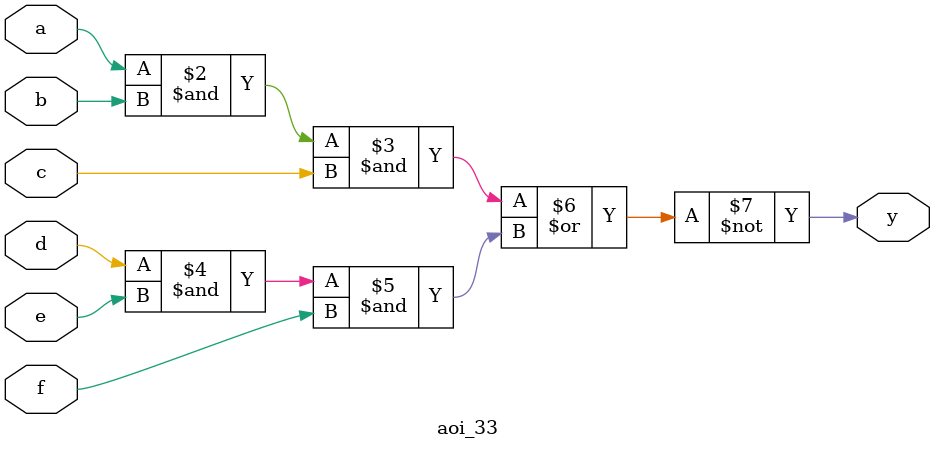
<source format=v>
module aoi_33 (
    input a,b,c,d,e,f,
    output y
);
    always @(*) begin
        y = ~((a & b & c) | (d & e & f));
    end
endmodule
</source>
